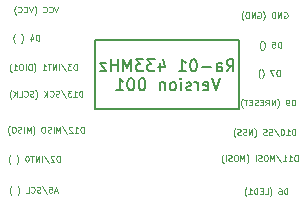
<source format=gbr>
%TF.GenerationSoftware,KiCad,Pcbnew,6.0.5-a6ca702e91~116~ubuntu20.04.1*%
%TF.CreationDate,2022-05-10T07:15:39-05:00*%
%TF.ProjectId,Ra-01_433Mhz_v001,52612d30-315f-4343-9333-4d687a5f7630,rev?*%
%TF.SameCoordinates,Original*%
%TF.FileFunction,Legend,Bot*%
%TF.FilePolarity,Positive*%
%FSLAX46Y46*%
G04 Gerber Fmt 4.6, Leading zero omitted, Abs format (unit mm)*
G04 Created by KiCad (PCBNEW 6.0.5-a6ca702e91~116~ubuntu20.04.1) date 2022-05-10 07:15:39*
%MOMM*%
%LPD*%
G01*
G04 APERTURE LIST*
%ADD10C,0.150000*%
%ADD11C,0.125000*%
G04 APERTURE END LIST*
D10*
X149240000Y-80890000D02*
X161440000Y-80890000D01*
X161440000Y-80890000D02*
X161440000Y-86690000D01*
X161440000Y-86690000D02*
X149240000Y-86690000D01*
X149240000Y-86690000D02*
X149240000Y-80890000D01*
D11*
X146154761Y-78046190D02*
X145988095Y-78546190D01*
X145821428Y-78046190D01*
X145369047Y-78498571D02*
X145392857Y-78522380D01*
X145464285Y-78546190D01*
X145511904Y-78546190D01*
X145583333Y-78522380D01*
X145630952Y-78474761D01*
X145654761Y-78427142D01*
X145678571Y-78331904D01*
X145678571Y-78260476D01*
X145654761Y-78165238D01*
X145630952Y-78117619D01*
X145583333Y-78070000D01*
X145511904Y-78046190D01*
X145464285Y-78046190D01*
X145392857Y-78070000D01*
X145369047Y-78093809D01*
X144869047Y-78498571D02*
X144892857Y-78522380D01*
X144964285Y-78546190D01*
X145011904Y-78546190D01*
X145083333Y-78522380D01*
X145130952Y-78474761D01*
X145154761Y-78427142D01*
X145178571Y-78331904D01*
X145178571Y-78260476D01*
X145154761Y-78165238D01*
X145130952Y-78117619D01*
X145083333Y-78070000D01*
X145011904Y-78046190D01*
X144964285Y-78046190D01*
X144892857Y-78070000D01*
X144869047Y-78093809D01*
X144130952Y-78736666D02*
X144154761Y-78712857D01*
X144202380Y-78641428D01*
X144226190Y-78593809D01*
X144250000Y-78522380D01*
X144273809Y-78403333D01*
X144273809Y-78308095D01*
X144250000Y-78189047D01*
X144226190Y-78117619D01*
X144202380Y-78070000D01*
X144154761Y-77998571D01*
X144130952Y-77974761D01*
X144011904Y-78046190D02*
X143845238Y-78546190D01*
X143678571Y-78046190D01*
X143226190Y-78498571D02*
X143250000Y-78522380D01*
X143321428Y-78546190D01*
X143369047Y-78546190D01*
X143440476Y-78522380D01*
X143488095Y-78474761D01*
X143511904Y-78427142D01*
X143535714Y-78331904D01*
X143535714Y-78260476D01*
X143511904Y-78165238D01*
X143488095Y-78117619D01*
X143440476Y-78070000D01*
X143369047Y-78046190D01*
X143321428Y-78046190D01*
X143250000Y-78070000D01*
X143226190Y-78093809D01*
X142726190Y-78498571D02*
X142750000Y-78522380D01*
X142821428Y-78546190D01*
X142869047Y-78546190D01*
X142940476Y-78522380D01*
X142988095Y-78474761D01*
X143011904Y-78427142D01*
X143035714Y-78331904D01*
X143035714Y-78260476D01*
X143011904Y-78165238D01*
X142988095Y-78117619D01*
X142940476Y-78070000D01*
X142869047Y-78046190D01*
X142821428Y-78046190D01*
X142750000Y-78070000D01*
X142726190Y-78093809D01*
X142559523Y-78736666D02*
X142535714Y-78712857D01*
X142488095Y-78641428D01*
X142464285Y-78593809D01*
X142440476Y-78522380D01*
X142416666Y-78403333D01*
X142416666Y-78308095D01*
X142440476Y-78189047D01*
X142464285Y-78117619D01*
X142488095Y-78070000D01*
X142535714Y-77998571D01*
X142559523Y-77974761D01*
X165266666Y-78550000D02*
X165314285Y-78526190D01*
X165385714Y-78526190D01*
X165457142Y-78550000D01*
X165504761Y-78597619D01*
X165528571Y-78645238D01*
X165552380Y-78740476D01*
X165552380Y-78811904D01*
X165528571Y-78907142D01*
X165504761Y-78954761D01*
X165457142Y-79002380D01*
X165385714Y-79026190D01*
X165338095Y-79026190D01*
X165266666Y-79002380D01*
X165242857Y-78978571D01*
X165242857Y-78811904D01*
X165338095Y-78811904D01*
X165028571Y-79026190D02*
X165028571Y-78526190D01*
X164742857Y-79026190D01*
X164742857Y-78526190D01*
X164504761Y-79026190D02*
X164504761Y-78526190D01*
X164385714Y-78526190D01*
X164314285Y-78550000D01*
X164266666Y-78597619D01*
X164242857Y-78645238D01*
X164219047Y-78740476D01*
X164219047Y-78811904D01*
X164242857Y-78907142D01*
X164266666Y-78954761D01*
X164314285Y-79002380D01*
X164385714Y-79026190D01*
X164504761Y-79026190D01*
X163480952Y-79216666D02*
X163504761Y-79192857D01*
X163552380Y-79121428D01*
X163576190Y-79073809D01*
X163600000Y-79002380D01*
X163623809Y-78883333D01*
X163623809Y-78788095D01*
X163600000Y-78669047D01*
X163576190Y-78597619D01*
X163552380Y-78550000D01*
X163504761Y-78478571D01*
X163480952Y-78454761D01*
X163028571Y-78550000D02*
X163076190Y-78526190D01*
X163147619Y-78526190D01*
X163219047Y-78550000D01*
X163266666Y-78597619D01*
X163290476Y-78645238D01*
X163314285Y-78740476D01*
X163314285Y-78811904D01*
X163290476Y-78907142D01*
X163266666Y-78954761D01*
X163219047Y-79002380D01*
X163147619Y-79026190D01*
X163100000Y-79026190D01*
X163028571Y-79002380D01*
X163004761Y-78978571D01*
X163004761Y-78811904D01*
X163100000Y-78811904D01*
X162790476Y-79026190D02*
X162790476Y-78526190D01*
X162504761Y-79026190D01*
X162504761Y-78526190D01*
X162266666Y-79026190D02*
X162266666Y-78526190D01*
X162147619Y-78526190D01*
X162076190Y-78550000D01*
X162028571Y-78597619D01*
X162004761Y-78645238D01*
X161980952Y-78740476D01*
X161980952Y-78811904D01*
X162004761Y-78907142D01*
X162028571Y-78954761D01*
X162076190Y-79002380D01*
X162147619Y-79026190D01*
X162266666Y-79026190D01*
X161814285Y-79216666D02*
X161790476Y-79192857D01*
X161742857Y-79121428D01*
X161719047Y-79073809D01*
X161695238Y-79002380D01*
X161671428Y-78883333D01*
X161671428Y-78788095D01*
X161695238Y-78669047D01*
X161719047Y-78597619D01*
X161742857Y-78550000D01*
X161790476Y-78478571D01*
X161814285Y-78454761D01*
X166207142Y-88926190D02*
X166207142Y-88426190D01*
X166088095Y-88426190D01*
X166016666Y-88450000D01*
X165969047Y-88497619D01*
X165945238Y-88545238D01*
X165921428Y-88640476D01*
X165921428Y-88711904D01*
X165945238Y-88807142D01*
X165969047Y-88854761D01*
X166016666Y-88902380D01*
X166088095Y-88926190D01*
X166207142Y-88926190D01*
X165445238Y-88926190D02*
X165730952Y-88926190D01*
X165588095Y-88926190D02*
X165588095Y-88426190D01*
X165635714Y-88497619D01*
X165683333Y-88545238D01*
X165730952Y-88569047D01*
X165135714Y-88426190D02*
X165088095Y-88426190D01*
X165040476Y-88450000D01*
X165016666Y-88473809D01*
X164992857Y-88521428D01*
X164969047Y-88616666D01*
X164969047Y-88735714D01*
X164992857Y-88830952D01*
X165016666Y-88878571D01*
X165040476Y-88902380D01*
X165088095Y-88926190D01*
X165135714Y-88926190D01*
X165183333Y-88902380D01*
X165207142Y-88878571D01*
X165230952Y-88830952D01*
X165254761Y-88735714D01*
X165254761Y-88616666D01*
X165230952Y-88521428D01*
X165207142Y-88473809D01*
X165183333Y-88450000D01*
X165135714Y-88426190D01*
X164397619Y-88402380D02*
X164826190Y-89045238D01*
X164254761Y-88902380D02*
X164183333Y-88926190D01*
X164064285Y-88926190D01*
X164016666Y-88902380D01*
X163992857Y-88878571D01*
X163969047Y-88830952D01*
X163969047Y-88783333D01*
X163992857Y-88735714D01*
X164016666Y-88711904D01*
X164064285Y-88688095D01*
X164159523Y-88664285D01*
X164207142Y-88640476D01*
X164230952Y-88616666D01*
X164254761Y-88569047D01*
X164254761Y-88521428D01*
X164230952Y-88473809D01*
X164207142Y-88450000D01*
X164159523Y-88426190D01*
X164040476Y-88426190D01*
X163969047Y-88450000D01*
X163778571Y-88902380D02*
X163707142Y-88926190D01*
X163588095Y-88926190D01*
X163540476Y-88902380D01*
X163516666Y-88878571D01*
X163492857Y-88830952D01*
X163492857Y-88783333D01*
X163516666Y-88735714D01*
X163540476Y-88711904D01*
X163588095Y-88688095D01*
X163683333Y-88664285D01*
X163730952Y-88640476D01*
X163754761Y-88616666D01*
X163778571Y-88569047D01*
X163778571Y-88521428D01*
X163754761Y-88473809D01*
X163730952Y-88450000D01*
X163683333Y-88426190D01*
X163564285Y-88426190D01*
X163492857Y-88450000D01*
X162754761Y-89116666D02*
X162778571Y-89092857D01*
X162826190Y-89021428D01*
X162850000Y-88973809D01*
X162873809Y-88902380D01*
X162897619Y-88783333D01*
X162897619Y-88688095D01*
X162873809Y-88569047D01*
X162850000Y-88497619D01*
X162826190Y-88450000D01*
X162778571Y-88378571D01*
X162754761Y-88354761D01*
X162564285Y-88926190D02*
X162564285Y-88426190D01*
X162278571Y-88926190D01*
X162278571Y-88426190D01*
X162064285Y-88902380D02*
X161992857Y-88926190D01*
X161873809Y-88926190D01*
X161826190Y-88902380D01*
X161802380Y-88878571D01*
X161778571Y-88830952D01*
X161778571Y-88783333D01*
X161802380Y-88735714D01*
X161826190Y-88711904D01*
X161873809Y-88688095D01*
X161969047Y-88664285D01*
X162016666Y-88640476D01*
X162040476Y-88616666D01*
X162064285Y-88569047D01*
X162064285Y-88521428D01*
X162040476Y-88473809D01*
X162016666Y-88450000D01*
X161969047Y-88426190D01*
X161850000Y-88426190D01*
X161778571Y-88450000D01*
X161588095Y-88902380D02*
X161516666Y-88926190D01*
X161397619Y-88926190D01*
X161350000Y-88902380D01*
X161326190Y-88878571D01*
X161302380Y-88830952D01*
X161302380Y-88783333D01*
X161326190Y-88735714D01*
X161350000Y-88711904D01*
X161397619Y-88688095D01*
X161492857Y-88664285D01*
X161540476Y-88640476D01*
X161564285Y-88616666D01*
X161588095Y-88569047D01*
X161588095Y-88521428D01*
X161564285Y-88473809D01*
X161540476Y-88450000D01*
X161492857Y-88426190D01*
X161373809Y-88426190D01*
X161302380Y-88450000D01*
X161135714Y-89116666D02*
X161111904Y-89092857D01*
X161064285Y-89021428D01*
X161040476Y-88973809D01*
X161016666Y-88902380D01*
X160992857Y-88783333D01*
X160992857Y-88688095D01*
X161016666Y-88569047D01*
X161040476Y-88497619D01*
X161064285Y-88450000D01*
X161111904Y-88378571D01*
X161135714Y-88354761D01*
X146053809Y-93663333D02*
X145815714Y-93663333D01*
X146101428Y-93806190D02*
X145934761Y-93306190D01*
X145768095Y-93806190D01*
X145363333Y-93306190D02*
X145601428Y-93306190D01*
X145625238Y-93544285D01*
X145601428Y-93520476D01*
X145553809Y-93496666D01*
X145434761Y-93496666D01*
X145387142Y-93520476D01*
X145363333Y-93544285D01*
X145339523Y-93591904D01*
X145339523Y-93710952D01*
X145363333Y-93758571D01*
X145387142Y-93782380D01*
X145434761Y-93806190D01*
X145553809Y-93806190D01*
X145601428Y-93782380D01*
X145625238Y-93758571D01*
X144768095Y-93282380D02*
X145196666Y-93925238D01*
X144625238Y-93782380D02*
X144553809Y-93806190D01*
X144434761Y-93806190D01*
X144387142Y-93782380D01*
X144363333Y-93758571D01*
X144339523Y-93710952D01*
X144339523Y-93663333D01*
X144363333Y-93615714D01*
X144387142Y-93591904D01*
X144434761Y-93568095D01*
X144530000Y-93544285D01*
X144577619Y-93520476D01*
X144601428Y-93496666D01*
X144625238Y-93449047D01*
X144625238Y-93401428D01*
X144601428Y-93353809D01*
X144577619Y-93330000D01*
X144530000Y-93306190D01*
X144410952Y-93306190D01*
X144339523Y-93330000D01*
X143839523Y-93758571D02*
X143863333Y-93782380D01*
X143934761Y-93806190D01*
X143982380Y-93806190D01*
X144053809Y-93782380D01*
X144101428Y-93734761D01*
X144125238Y-93687142D01*
X144149047Y-93591904D01*
X144149047Y-93520476D01*
X144125238Y-93425238D01*
X144101428Y-93377619D01*
X144053809Y-93330000D01*
X143982380Y-93306190D01*
X143934761Y-93306190D01*
X143863333Y-93330000D01*
X143839523Y-93353809D01*
X143387142Y-93806190D02*
X143625238Y-93806190D01*
X143625238Y-93306190D01*
X142696666Y-93996666D02*
X142720476Y-93972857D01*
X142768095Y-93901428D01*
X142791904Y-93853809D01*
X142815714Y-93782380D01*
X142839523Y-93663333D01*
X142839523Y-93568095D01*
X142815714Y-93449047D01*
X142791904Y-93377619D01*
X142768095Y-93330000D01*
X142720476Y-93258571D01*
X142696666Y-93234761D01*
X142172857Y-93996666D02*
X142149047Y-93972857D01*
X142101428Y-93901428D01*
X142077619Y-93853809D01*
X142053809Y-93782380D01*
X142030000Y-93663333D01*
X142030000Y-93568095D01*
X142053809Y-93449047D01*
X142077619Y-93377619D01*
X142101428Y-93330000D01*
X142149047Y-93258571D01*
X142172857Y-93234761D01*
X148292380Y-88716190D02*
X148292380Y-88216190D01*
X148173333Y-88216190D01*
X148101904Y-88240000D01*
X148054285Y-88287619D01*
X148030476Y-88335238D01*
X148006666Y-88430476D01*
X148006666Y-88501904D01*
X148030476Y-88597142D01*
X148054285Y-88644761D01*
X148101904Y-88692380D01*
X148173333Y-88716190D01*
X148292380Y-88716190D01*
X147530476Y-88716190D02*
X147816190Y-88716190D01*
X147673333Y-88716190D02*
X147673333Y-88216190D01*
X147720952Y-88287619D01*
X147768571Y-88335238D01*
X147816190Y-88359047D01*
X147340000Y-88263809D02*
X147316190Y-88240000D01*
X147268571Y-88216190D01*
X147149523Y-88216190D01*
X147101904Y-88240000D01*
X147078095Y-88263809D01*
X147054285Y-88311428D01*
X147054285Y-88359047D01*
X147078095Y-88430476D01*
X147363809Y-88716190D01*
X147054285Y-88716190D01*
X146482857Y-88192380D02*
X146911428Y-88835238D01*
X146316190Y-88716190D02*
X146316190Y-88216190D01*
X146149523Y-88573333D01*
X145982857Y-88216190D01*
X145982857Y-88716190D01*
X145744761Y-88716190D02*
X145744761Y-88216190D01*
X145530476Y-88692380D02*
X145459047Y-88716190D01*
X145340000Y-88716190D01*
X145292380Y-88692380D01*
X145268571Y-88668571D01*
X145244761Y-88620952D01*
X145244761Y-88573333D01*
X145268571Y-88525714D01*
X145292380Y-88501904D01*
X145340000Y-88478095D01*
X145435238Y-88454285D01*
X145482857Y-88430476D01*
X145506666Y-88406666D01*
X145530476Y-88359047D01*
X145530476Y-88311428D01*
X145506666Y-88263809D01*
X145482857Y-88240000D01*
X145435238Y-88216190D01*
X145316190Y-88216190D01*
X145244761Y-88240000D01*
X144935238Y-88216190D02*
X144840000Y-88216190D01*
X144792380Y-88240000D01*
X144744761Y-88287619D01*
X144720952Y-88382857D01*
X144720952Y-88549523D01*
X144744761Y-88644761D01*
X144792380Y-88692380D01*
X144840000Y-88716190D01*
X144935238Y-88716190D01*
X144982857Y-88692380D01*
X145030476Y-88644761D01*
X145054285Y-88549523D01*
X145054285Y-88382857D01*
X145030476Y-88287619D01*
X144982857Y-88240000D01*
X144935238Y-88216190D01*
X143982857Y-88906666D02*
X144006666Y-88882857D01*
X144054285Y-88811428D01*
X144078095Y-88763809D01*
X144101904Y-88692380D01*
X144125714Y-88573333D01*
X144125714Y-88478095D01*
X144101904Y-88359047D01*
X144078095Y-88287619D01*
X144054285Y-88240000D01*
X144006666Y-88168571D01*
X143982857Y-88144761D01*
X143792380Y-88716190D02*
X143792380Y-88216190D01*
X143625714Y-88573333D01*
X143459047Y-88216190D01*
X143459047Y-88716190D01*
X143220952Y-88716190D02*
X143220952Y-88216190D01*
X143006666Y-88692380D02*
X142935238Y-88716190D01*
X142816190Y-88716190D01*
X142768571Y-88692380D01*
X142744761Y-88668571D01*
X142720952Y-88620952D01*
X142720952Y-88573333D01*
X142744761Y-88525714D01*
X142768571Y-88501904D01*
X142816190Y-88478095D01*
X142911428Y-88454285D01*
X142959047Y-88430476D01*
X142982857Y-88406666D01*
X143006666Y-88359047D01*
X143006666Y-88311428D01*
X142982857Y-88263809D01*
X142959047Y-88240000D01*
X142911428Y-88216190D01*
X142792380Y-88216190D01*
X142720952Y-88240000D01*
X142411428Y-88216190D02*
X142316190Y-88216190D01*
X142268571Y-88240000D01*
X142220952Y-88287619D01*
X142197142Y-88382857D01*
X142197142Y-88549523D01*
X142220952Y-88644761D01*
X142268571Y-88692380D01*
X142316190Y-88716190D01*
X142411428Y-88716190D01*
X142459047Y-88692380D01*
X142506666Y-88644761D01*
X142530476Y-88549523D01*
X142530476Y-88382857D01*
X142506666Y-88287619D01*
X142459047Y-88240000D01*
X142411428Y-88216190D01*
X142030476Y-88906666D02*
X142006666Y-88882857D01*
X141959047Y-88811428D01*
X141935238Y-88763809D01*
X141911428Y-88692380D01*
X141887619Y-88573333D01*
X141887619Y-88478095D01*
X141911428Y-88359047D01*
X141935238Y-88287619D01*
X141959047Y-88240000D01*
X142006666Y-88168571D01*
X142030476Y-88144761D01*
D10*
X160403809Y-83517380D02*
X160737142Y-83041190D01*
X160975238Y-83517380D02*
X160975238Y-82517380D01*
X160594285Y-82517380D01*
X160499047Y-82565000D01*
X160451428Y-82612619D01*
X160403809Y-82707857D01*
X160403809Y-82850714D01*
X160451428Y-82945952D01*
X160499047Y-82993571D01*
X160594285Y-83041190D01*
X160975238Y-83041190D01*
X159546666Y-83517380D02*
X159546666Y-82993571D01*
X159594285Y-82898333D01*
X159689523Y-82850714D01*
X159880000Y-82850714D01*
X159975238Y-82898333D01*
X159546666Y-83469761D02*
X159641904Y-83517380D01*
X159880000Y-83517380D01*
X159975238Y-83469761D01*
X160022857Y-83374523D01*
X160022857Y-83279285D01*
X159975238Y-83184047D01*
X159880000Y-83136428D01*
X159641904Y-83136428D01*
X159546666Y-83088809D01*
X159070476Y-83136428D02*
X158308571Y-83136428D01*
X157641904Y-82517380D02*
X157546666Y-82517380D01*
X157451428Y-82565000D01*
X157403809Y-82612619D01*
X157356190Y-82707857D01*
X157308571Y-82898333D01*
X157308571Y-83136428D01*
X157356190Y-83326904D01*
X157403809Y-83422142D01*
X157451428Y-83469761D01*
X157546666Y-83517380D01*
X157641904Y-83517380D01*
X157737142Y-83469761D01*
X157784761Y-83422142D01*
X157832380Y-83326904D01*
X157880000Y-83136428D01*
X157880000Y-82898333D01*
X157832380Y-82707857D01*
X157784761Y-82612619D01*
X157737142Y-82565000D01*
X157641904Y-82517380D01*
X156356190Y-83517380D02*
X156927619Y-83517380D01*
X156641904Y-83517380D02*
X156641904Y-82517380D01*
X156737142Y-82660238D01*
X156832380Y-82755476D01*
X156927619Y-82803095D01*
X154737142Y-82850714D02*
X154737142Y-83517380D01*
X154975238Y-82469761D02*
X155213333Y-83184047D01*
X154594285Y-83184047D01*
X154308571Y-82517380D02*
X153689523Y-82517380D01*
X154022857Y-82898333D01*
X153880000Y-82898333D01*
X153784761Y-82945952D01*
X153737142Y-82993571D01*
X153689523Y-83088809D01*
X153689523Y-83326904D01*
X153737142Y-83422142D01*
X153784761Y-83469761D01*
X153880000Y-83517380D01*
X154165714Y-83517380D01*
X154260952Y-83469761D01*
X154308571Y-83422142D01*
X153356190Y-82517380D02*
X152737142Y-82517380D01*
X153070476Y-82898333D01*
X152927619Y-82898333D01*
X152832380Y-82945952D01*
X152784761Y-82993571D01*
X152737142Y-83088809D01*
X152737142Y-83326904D01*
X152784761Y-83422142D01*
X152832380Y-83469761D01*
X152927619Y-83517380D01*
X153213333Y-83517380D01*
X153308571Y-83469761D01*
X153356190Y-83422142D01*
X152308571Y-83517380D02*
X152308571Y-82517380D01*
X151975238Y-83231666D01*
X151641904Y-82517380D01*
X151641904Y-83517380D01*
X151165714Y-83517380D02*
X151165714Y-82517380D01*
X151165714Y-82993571D02*
X150594285Y-82993571D01*
X150594285Y-83517380D02*
X150594285Y-82517380D01*
X150213333Y-82850714D02*
X149689523Y-82850714D01*
X150213333Y-83517380D01*
X149689523Y-83517380D01*
X159808571Y-84127380D02*
X159475238Y-85127380D01*
X159141904Y-84127380D01*
X158427619Y-85079761D02*
X158522857Y-85127380D01*
X158713333Y-85127380D01*
X158808571Y-85079761D01*
X158856190Y-84984523D01*
X158856190Y-84603571D01*
X158808571Y-84508333D01*
X158713333Y-84460714D01*
X158522857Y-84460714D01*
X158427619Y-84508333D01*
X158380000Y-84603571D01*
X158380000Y-84698809D01*
X158856190Y-84794047D01*
X157951428Y-85127380D02*
X157951428Y-84460714D01*
X157951428Y-84651190D02*
X157903809Y-84555952D01*
X157856190Y-84508333D01*
X157760952Y-84460714D01*
X157665714Y-84460714D01*
X157380000Y-85079761D02*
X157284761Y-85127380D01*
X157094285Y-85127380D01*
X156999047Y-85079761D01*
X156951428Y-84984523D01*
X156951428Y-84936904D01*
X156999047Y-84841666D01*
X157094285Y-84794047D01*
X157237142Y-84794047D01*
X157332380Y-84746428D01*
X157380000Y-84651190D01*
X157380000Y-84603571D01*
X157332380Y-84508333D01*
X157237142Y-84460714D01*
X157094285Y-84460714D01*
X156999047Y-84508333D01*
X156522857Y-85127380D02*
X156522857Y-84460714D01*
X156522857Y-84127380D02*
X156570476Y-84175000D01*
X156522857Y-84222619D01*
X156475238Y-84175000D01*
X156522857Y-84127380D01*
X156522857Y-84222619D01*
X155903809Y-85127380D02*
X155999047Y-85079761D01*
X156046666Y-85032142D01*
X156094285Y-84936904D01*
X156094285Y-84651190D01*
X156046666Y-84555952D01*
X155999047Y-84508333D01*
X155903809Y-84460714D01*
X155760952Y-84460714D01*
X155665714Y-84508333D01*
X155618095Y-84555952D01*
X155570476Y-84651190D01*
X155570476Y-84936904D01*
X155618095Y-85032142D01*
X155665714Y-85079761D01*
X155760952Y-85127380D01*
X155903809Y-85127380D01*
X155141904Y-84460714D02*
X155141904Y-85127380D01*
X155141904Y-84555952D02*
X155094285Y-84508333D01*
X154999047Y-84460714D01*
X154856190Y-84460714D01*
X154760952Y-84508333D01*
X154713333Y-84603571D01*
X154713333Y-85127380D01*
X153284761Y-84127380D02*
X153189523Y-84127380D01*
X153094285Y-84175000D01*
X153046666Y-84222619D01*
X152999047Y-84317857D01*
X152951428Y-84508333D01*
X152951428Y-84746428D01*
X152999047Y-84936904D01*
X153046666Y-85032142D01*
X153094285Y-85079761D01*
X153189523Y-85127380D01*
X153284761Y-85127380D01*
X153380000Y-85079761D01*
X153427619Y-85032142D01*
X153475238Y-84936904D01*
X153522857Y-84746428D01*
X153522857Y-84508333D01*
X153475238Y-84317857D01*
X153427619Y-84222619D01*
X153380000Y-84175000D01*
X153284761Y-84127380D01*
X152332380Y-84127380D02*
X152237142Y-84127380D01*
X152141904Y-84175000D01*
X152094285Y-84222619D01*
X152046666Y-84317857D01*
X151999047Y-84508333D01*
X151999047Y-84746428D01*
X152046666Y-84936904D01*
X152094285Y-85032142D01*
X152141904Y-85079761D01*
X152237142Y-85127380D01*
X152332380Y-85127380D01*
X152427619Y-85079761D01*
X152475238Y-85032142D01*
X152522857Y-84936904D01*
X152570476Y-84746428D01*
X152570476Y-84508333D01*
X152522857Y-84317857D01*
X152475238Y-84222619D01*
X152427619Y-84175000D01*
X152332380Y-84127380D01*
X151046666Y-85127380D02*
X151618095Y-85127380D01*
X151332380Y-85127380D02*
X151332380Y-84127380D01*
X151427619Y-84270238D01*
X151522857Y-84365476D01*
X151618095Y-84413095D01*
D11*
X147713333Y-83426190D02*
X147713333Y-82926190D01*
X147594285Y-82926190D01*
X147522857Y-82950000D01*
X147475238Y-82997619D01*
X147451428Y-83045238D01*
X147427619Y-83140476D01*
X147427619Y-83211904D01*
X147451428Y-83307142D01*
X147475238Y-83354761D01*
X147522857Y-83402380D01*
X147594285Y-83426190D01*
X147713333Y-83426190D01*
X147260952Y-82926190D02*
X146951428Y-82926190D01*
X147118095Y-83116666D01*
X147046666Y-83116666D01*
X146999047Y-83140476D01*
X146975238Y-83164285D01*
X146951428Y-83211904D01*
X146951428Y-83330952D01*
X146975238Y-83378571D01*
X146999047Y-83402380D01*
X147046666Y-83426190D01*
X147189523Y-83426190D01*
X147237142Y-83402380D01*
X147260952Y-83378571D01*
X146380000Y-82902380D02*
X146808571Y-83545238D01*
X146213333Y-83426190D02*
X146213333Y-82926190D01*
X145975238Y-83426190D02*
X145975238Y-82926190D01*
X145689523Y-83426190D01*
X145689523Y-82926190D01*
X145522857Y-82926190D02*
X145237142Y-82926190D01*
X145380000Y-83426190D02*
X145380000Y-82926190D01*
X144808571Y-83426190D02*
X145094285Y-83426190D01*
X144951428Y-83426190D02*
X144951428Y-82926190D01*
X144999047Y-82997619D01*
X145046666Y-83045238D01*
X145094285Y-83069047D01*
X144070476Y-83616666D02*
X144094285Y-83592857D01*
X144141904Y-83521428D01*
X144165714Y-83473809D01*
X144189523Y-83402380D01*
X144213333Y-83283333D01*
X144213333Y-83188095D01*
X144189523Y-83069047D01*
X144165714Y-82997619D01*
X144141904Y-82950000D01*
X144094285Y-82878571D01*
X144070476Y-82854761D01*
X143880000Y-83426190D02*
X143880000Y-82926190D01*
X143760952Y-82926190D01*
X143689523Y-82950000D01*
X143641904Y-82997619D01*
X143618095Y-83045238D01*
X143594285Y-83140476D01*
X143594285Y-83211904D01*
X143618095Y-83307142D01*
X143641904Y-83354761D01*
X143689523Y-83402380D01*
X143760952Y-83426190D01*
X143880000Y-83426190D01*
X143380000Y-83426190D02*
X143380000Y-82926190D01*
X143046666Y-82926190D02*
X142951428Y-82926190D01*
X142903809Y-82950000D01*
X142856190Y-82997619D01*
X142832380Y-83092857D01*
X142832380Y-83259523D01*
X142856190Y-83354761D01*
X142903809Y-83402380D01*
X142951428Y-83426190D01*
X143046666Y-83426190D01*
X143094285Y-83402380D01*
X143141904Y-83354761D01*
X143165714Y-83259523D01*
X143165714Y-83092857D01*
X143141904Y-82997619D01*
X143094285Y-82950000D01*
X143046666Y-82926190D01*
X142356190Y-83426190D02*
X142641904Y-83426190D01*
X142499047Y-83426190D02*
X142499047Y-82926190D01*
X142546666Y-82997619D01*
X142594285Y-83045238D01*
X142641904Y-83069047D01*
X142189523Y-83616666D02*
X142165714Y-83592857D01*
X142118095Y-83521428D01*
X142094285Y-83473809D01*
X142070476Y-83402380D01*
X142046666Y-83283333D01*
X142046666Y-83188095D01*
X142070476Y-83069047D01*
X142094285Y-82997619D01*
X142118095Y-82950000D01*
X142165714Y-82878571D01*
X142189523Y-82854761D01*
X165549523Y-93936190D02*
X165549523Y-93436190D01*
X165430476Y-93436190D01*
X165359047Y-93460000D01*
X165311428Y-93507619D01*
X165287619Y-93555238D01*
X165263809Y-93650476D01*
X165263809Y-93721904D01*
X165287619Y-93817142D01*
X165311428Y-93864761D01*
X165359047Y-93912380D01*
X165430476Y-93936190D01*
X165549523Y-93936190D01*
X164835238Y-93436190D02*
X164930476Y-93436190D01*
X164978095Y-93460000D01*
X165001904Y-93483809D01*
X165049523Y-93555238D01*
X165073333Y-93650476D01*
X165073333Y-93840952D01*
X165049523Y-93888571D01*
X165025714Y-93912380D01*
X164978095Y-93936190D01*
X164882857Y-93936190D01*
X164835238Y-93912380D01*
X164811428Y-93888571D01*
X164787619Y-93840952D01*
X164787619Y-93721904D01*
X164811428Y-93674285D01*
X164835238Y-93650476D01*
X164882857Y-93626666D01*
X164978095Y-93626666D01*
X165025714Y-93650476D01*
X165049523Y-93674285D01*
X165073333Y-93721904D01*
X164049523Y-94126666D02*
X164073333Y-94102857D01*
X164120952Y-94031428D01*
X164144761Y-93983809D01*
X164168571Y-93912380D01*
X164192380Y-93793333D01*
X164192380Y-93698095D01*
X164168571Y-93579047D01*
X164144761Y-93507619D01*
X164120952Y-93460000D01*
X164073333Y-93388571D01*
X164049523Y-93364761D01*
X163620952Y-93936190D02*
X163859047Y-93936190D01*
X163859047Y-93436190D01*
X163454285Y-93674285D02*
X163287619Y-93674285D01*
X163216190Y-93936190D02*
X163454285Y-93936190D01*
X163454285Y-93436190D01*
X163216190Y-93436190D01*
X163001904Y-93936190D02*
X163001904Y-93436190D01*
X162882857Y-93436190D01*
X162811428Y-93460000D01*
X162763809Y-93507619D01*
X162740000Y-93555238D01*
X162716190Y-93650476D01*
X162716190Y-93721904D01*
X162740000Y-93817142D01*
X162763809Y-93864761D01*
X162811428Y-93912380D01*
X162882857Y-93936190D01*
X163001904Y-93936190D01*
X162240000Y-93936190D02*
X162525714Y-93936190D01*
X162382857Y-93936190D02*
X162382857Y-93436190D01*
X162430476Y-93507619D01*
X162478095Y-93555238D01*
X162525714Y-93579047D01*
X162073333Y-94126666D02*
X162049523Y-94102857D01*
X162001904Y-94031428D01*
X161978095Y-93983809D01*
X161954285Y-93912380D01*
X161930476Y-93793333D01*
X161930476Y-93698095D01*
X161954285Y-93579047D01*
X161978095Y-93507619D01*
X162001904Y-93460000D01*
X162049523Y-93388571D01*
X162073333Y-93364761D01*
X144513333Y-80926190D02*
X144513333Y-80426190D01*
X144394285Y-80426190D01*
X144322857Y-80450000D01*
X144275238Y-80497619D01*
X144251428Y-80545238D01*
X144227619Y-80640476D01*
X144227619Y-80711904D01*
X144251428Y-80807142D01*
X144275238Y-80854761D01*
X144322857Y-80902380D01*
X144394285Y-80926190D01*
X144513333Y-80926190D01*
X143799047Y-80592857D02*
X143799047Y-80926190D01*
X143918095Y-80402380D02*
X144037142Y-80759523D01*
X143727619Y-80759523D01*
X143013333Y-81116666D02*
X143037142Y-81092857D01*
X143084761Y-81021428D01*
X143108571Y-80973809D01*
X143132380Y-80902380D01*
X143156190Y-80783333D01*
X143156190Y-80688095D01*
X143132380Y-80569047D01*
X143108571Y-80497619D01*
X143084761Y-80450000D01*
X143037142Y-80378571D01*
X143013333Y-80354761D01*
X142489523Y-81116666D02*
X142465714Y-81092857D01*
X142418095Y-81021428D01*
X142394285Y-80973809D01*
X142370476Y-80902380D01*
X142346666Y-80783333D01*
X142346666Y-80688095D01*
X142370476Y-80569047D01*
X142394285Y-80497619D01*
X142418095Y-80450000D01*
X142465714Y-80378571D01*
X142489523Y-80354761D01*
X148181428Y-85676190D02*
X148181428Y-85176190D01*
X148062380Y-85176190D01*
X147990952Y-85200000D01*
X147943333Y-85247619D01*
X147919523Y-85295238D01*
X147895714Y-85390476D01*
X147895714Y-85461904D01*
X147919523Y-85557142D01*
X147943333Y-85604761D01*
X147990952Y-85652380D01*
X148062380Y-85676190D01*
X148181428Y-85676190D01*
X147419523Y-85676190D02*
X147705238Y-85676190D01*
X147562380Y-85676190D02*
X147562380Y-85176190D01*
X147610000Y-85247619D01*
X147657619Y-85295238D01*
X147705238Y-85319047D01*
X147252857Y-85176190D02*
X146943333Y-85176190D01*
X147110000Y-85366666D01*
X147038571Y-85366666D01*
X146990952Y-85390476D01*
X146967142Y-85414285D01*
X146943333Y-85461904D01*
X146943333Y-85580952D01*
X146967142Y-85628571D01*
X146990952Y-85652380D01*
X147038571Y-85676190D01*
X147181428Y-85676190D01*
X147229047Y-85652380D01*
X147252857Y-85628571D01*
X146371904Y-85152380D02*
X146800476Y-85795238D01*
X146229047Y-85652380D02*
X146157619Y-85676190D01*
X146038571Y-85676190D01*
X145990952Y-85652380D01*
X145967142Y-85628571D01*
X145943333Y-85580952D01*
X145943333Y-85533333D01*
X145967142Y-85485714D01*
X145990952Y-85461904D01*
X146038571Y-85438095D01*
X146133809Y-85414285D01*
X146181428Y-85390476D01*
X146205238Y-85366666D01*
X146229047Y-85319047D01*
X146229047Y-85271428D01*
X146205238Y-85223809D01*
X146181428Y-85200000D01*
X146133809Y-85176190D01*
X146014761Y-85176190D01*
X145943333Y-85200000D01*
X145443333Y-85628571D02*
X145467142Y-85652380D01*
X145538571Y-85676190D01*
X145586190Y-85676190D01*
X145657619Y-85652380D01*
X145705238Y-85604761D01*
X145729047Y-85557142D01*
X145752857Y-85461904D01*
X145752857Y-85390476D01*
X145729047Y-85295238D01*
X145705238Y-85247619D01*
X145657619Y-85200000D01*
X145586190Y-85176190D01*
X145538571Y-85176190D01*
X145467142Y-85200000D01*
X145443333Y-85223809D01*
X145229047Y-85676190D02*
X145229047Y-85176190D01*
X144943333Y-85676190D02*
X145157619Y-85390476D01*
X144943333Y-85176190D02*
X145229047Y-85461904D01*
X144205238Y-85866666D02*
X144229047Y-85842857D01*
X144276666Y-85771428D01*
X144300476Y-85723809D01*
X144324285Y-85652380D01*
X144348095Y-85533333D01*
X144348095Y-85438095D01*
X144324285Y-85319047D01*
X144300476Y-85247619D01*
X144276666Y-85200000D01*
X144229047Y-85128571D01*
X144205238Y-85104761D01*
X144038571Y-85652380D02*
X143967142Y-85676190D01*
X143848095Y-85676190D01*
X143800476Y-85652380D01*
X143776666Y-85628571D01*
X143752857Y-85580952D01*
X143752857Y-85533333D01*
X143776666Y-85485714D01*
X143800476Y-85461904D01*
X143848095Y-85438095D01*
X143943333Y-85414285D01*
X143990952Y-85390476D01*
X144014761Y-85366666D01*
X144038571Y-85319047D01*
X144038571Y-85271428D01*
X144014761Y-85223809D01*
X143990952Y-85200000D01*
X143943333Y-85176190D01*
X143824285Y-85176190D01*
X143752857Y-85200000D01*
X143252857Y-85628571D02*
X143276666Y-85652380D01*
X143348095Y-85676190D01*
X143395714Y-85676190D01*
X143467142Y-85652380D01*
X143514761Y-85604761D01*
X143538571Y-85557142D01*
X143562380Y-85461904D01*
X143562380Y-85390476D01*
X143538571Y-85295238D01*
X143514761Y-85247619D01*
X143467142Y-85200000D01*
X143395714Y-85176190D01*
X143348095Y-85176190D01*
X143276666Y-85200000D01*
X143252857Y-85223809D01*
X142800476Y-85676190D02*
X143038571Y-85676190D01*
X143038571Y-85176190D01*
X142633809Y-85676190D02*
X142633809Y-85176190D01*
X142348095Y-85676190D02*
X142562380Y-85390476D01*
X142348095Y-85176190D02*
X142633809Y-85461904D01*
X142181428Y-85866666D02*
X142157619Y-85842857D01*
X142110000Y-85771428D01*
X142086190Y-85723809D01*
X142062380Y-85652380D01*
X142038571Y-85533333D01*
X142038571Y-85438095D01*
X142062380Y-85319047D01*
X142086190Y-85247619D01*
X142110000Y-85200000D01*
X142157619Y-85128571D01*
X142181428Y-85104761D01*
X166402380Y-91126190D02*
X166402380Y-90626190D01*
X166283333Y-90626190D01*
X166211904Y-90650000D01*
X166164285Y-90697619D01*
X166140476Y-90745238D01*
X166116666Y-90840476D01*
X166116666Y-90911904D01*
X166140476Y-91007142D01*
X166164285Y-91054761D01*
X166211904Y-91102380D01*
X166283333Y-91126190D01*
X166402380Y-91126190D01*
X165640476Y-91126190D02*
X165926190Y-91126190D01*
X165783333Y-91126190D02*
X165783333Y-90626190D01*
X165830952Y-90697619D01*
X165878571Y-90745238D01*
X165926190Y-90769047D01*
X165164285Y-91126190D02*
X165450000Y-91126190D01*
X165307142Y-91126190D02*
X165307142Y-90626190D01*
X165354761Y-90697619D01*
X165402380Y-90745238D01*
X165450000Y-90769047D01*
X164592857Y-90602380D02*
X165021428Y-91245238D01*
X164426190Y-91126190D02*
X164426190Y-90626190D01*
X164259523Y-90983333D01*
X164092857Y-90626190D01*
X164092857Y-91126190D01*
X163759523Y-90626190D02*
X163664285Y-90626190D01*
X163616666Y-90650000D01*
X163569047Y-90697619D01*
X163545238Y-90792857D01*
X163545238Y-90959523D01*
X163569047Y-91054761D01*
X163616666Y-91102380D01*
X163664285Y-91126190D01*
X163759523Y-91126190D01*
X163807142Y-91102380D01*
X163854761Y-91054761D01*
X163878571Y-90959523D01*
X163878571Y-90792857D01*
X163854761Y-90697619D01*
X163807142Y-90650000D01*
X163759523Y-90626190D01*
X163354761Y-91102380D02*
X163283333Y-91126190D01*
X163164285Y-91126190D01*
X163116666Y-91102380D01*
X163092857Y-91078571D01*
X163069047Y-91030952D01*
X163069047Y-90983333D01*
X163092857Y-90935714D01*
X163116666Y-90911904D01*
X163164285Y-90888095D01*
X163259523Y-90864285D01*
X163307142Y-90840476D01*
X163330952Y-90816666D01*
X163354761Y-90769047D01*
X163354761Y-90721428D01*
X163330952Y-90673809D01*
X163307142Y-90650000D01*
X163259523Y-90626190D01*
X163140476Y-90626190D01*
X163069047Y-90650000D01*
X162854761Y-91126190D02*
X162854761Y-90626190D01*
X162092857Y-91316666D02*
X162116666Y-91292857D01*
X162164285Y-91221428D01*
X162188095Y-91173809D01*
X162211904Y-91102380D01*
X162235714Y-90983333D01*
X162235714Y-90888095D01*
X162211904Y-90769047D01*
X162188095Y-90697619D01*
X162164285Y-90650000D01*
X162116666Y-90578571D01*
X162092857Y-90554761D01*
X161902380Y-91126190D02*
X161902380Y-90626190D01*
X161735714Y-90983333D01*
X161569047Y-90626190D01*
X161569047Y-91126190D01*
X161235714Y-90626190D02*
X161140476Y-90626190D01*
X161092857Y-90650000D01*
X161045238Y-90697619D01*
X161021428Y-90792857D01*
X161021428Y-90959523D01*
X161045238Y-91054761D01*
X161092857Y-91102380D01*
X161140476Y-91126190D01*
X161235714Y-91126190D01*
X161283333Y-91102380D01*
X161330952Y-91054761D01*
X161354761Y-90959523D01*
X161354761Y-90792857D01*
X161330952Y-90697619D01*
X161283333Y-90650000D01*
X161235714Y-90626190D01*
X160830952Y-91102380D02*
X160759523Y-91126190D01*
X160640476Y-91126190D01*
X160592857Y-91102380D01*
X160569047Y-91078571D01*
X160545238Y-91030952D01*
X160545238Y-90983333D01*
X160569047Y-90935714D01*
X160592857Y-90911904D01*
X160640476Y-90888095D01*
X160735714Y-90864285D01*
X160783333Y-90840476D01*
X160807142Y-90816666D01*
X160830952Y-90769047D01*
X160830952Y-90721428D01*
X160807142Y-90673809D01*
X160783333Y-90650000D01*
X160735714Y-90626190D01*
X160616666Y-90626190D01*
X160545238Y-90650000D01*
X160330952Y-91126190D02*
X160330952Y-90626190D01*
X160140476Y-91316666D02*
X160116666Y-91292857D01*
X160069047Y-91221428D01*
X160045238Y-91173809D01*
X160021428Y-91102380D01*
X159997619Y-90983333D01*
X159997619Y-90888095D01*
X160021428Y-90769047D01*
X160045238Y-90697619D01*
X160069047Y-90650000D01*
X160116666Y-90578571D01*
X160140476Y-90554761D01*
X166185714Y-86426190D02*
X166185714Y-85926190D01*
X166066666Y-85926190D01*
X165995238Y-85950000D01*
X165947619Y-85997619D01*
X165923809Y-86045238D01*
X165900000Y-86140476D01*
X165900000Y-86211904D01*
X165923809Y-86307142D01*
X165947619Y-86354761D01*
X165995238Y-86402380D01*
X166066666Y-86426190D01*
X166185714Y-86426190D01*
X165661904Y-86426190D02*
X165566666Y-86426190D01*
X165519047Y-86402380D01*
X165495238Y-86378571D01*
X165447619Y-86307142D01*
X165423809Y-86211904D01*
X165423809Y-86021428D01*
X165447619Y-85973809D01*
X165471428Y-85950000D01*
X165519047Y-85926190D01*
X165614285Y-85926190D01*
X165661904Y-85950000D01*
X165685714Y-85973809D01*
X165709523Y-86021428D01*
X165709523Y-86140476D01*
X165685714Y-86188095D01*
X165661904Y-86211904D01*
X165614285Y-86235714D01*
X165519047Y-86235714D01*
X165471428Y-86211904D01*
X165447619Y-86188095D01*
X165423809Y-86140476D01*
X164685714Y-86616666D02*
X164709523Y-86592857D01*
X164757142Y-86521428D01*
X164780952Y-86473809D01*
X164804761Y-86402380D01*
X164828571Y-86283333D01*
X164828571Y-86188095D01*
X164804761Y-86069047D01*
X164780952Y-85997619D01*
X164757142Y-85950000D01*
X164709523Y-85878571D01*
X164685714Y-85854761D01*
X164495238Y-86426190D02*
X164495238Y-85926190D01*
X164209523Y-86426190D01*
X164209523Y-85926190D01*
X163685714Y-86426190D02*
X163852380Y-86188095D01*
X163971428Y-86426190D02*
X163971428Y-85926190D01*
X163780952Y-85926190D01*
X163733333Y-85950000D01*
X163709523Y-85973809D01*
X163685714Y-86021428D01*
X163685714Y-86092857D01*
X163709523Y-86140476D01*
X163733333Y-86164285D01*
X163780952Y-86188095D01*
X163971428Y-86188095D01*
X163471428Y-86164285D02*
X163304761Y-86164285D01*
X163233333Y-86426190D02*
X163471428Y-86426190D01*
X163471428Y-85926190D01*
X163233333Y-85926190D01*
X163042857Y-86402380D02*
X162971428Y-86426190D01*
X162852380Y-86426190D01*
X162804761Y-86402380D01*
X162780952Y-86378571D01*
X162757142Y-86330952D01*
X162757142Y-86283333D01*
X162780952Y-86235714D01*
X162804761Y-86211904D01*
X162852380Y-86188095D01*
X162947619Y-86164285D01*
X162995238Y-86140476D01*
X163019047Y-86116666D01*
X163042857Y-86069047D01*
X163042857Y-86021428D01*
X163019047Y-85973809D01*
X162995238Y-85950000D01*
X162947619Y-85926190D01*
X162828571Y-85926190D01*
X162757142Y-85950000D01*
X162542857Y-86164285D02*
X162376190Y-86164285D01*
X162304761Y-86426190D02*
X162542857Y-86426190D01*
X162542857Y-85926190D01*
X162304761Y-85926190D01*
X162161904Y-85926190D02*
X161876190Y-85926190D01*
X162019047Y-86426190D02*
X162019047Y-85926190D01*
X161757142Y-86616666D02*
X161733333Y-86592857D01*
X161685714Y-86521428D01*
X161661904Y-86473809D01*
X161638095Y-86402380D01*
X161614285Y-86283333D01*
X161614285Y-86188095D01*
X161638095Y-86069047D01*
X161661904Y-85997619D01*
X161685714Y-85950000D01*
X161733333Y-85878571D01*
X161757142Y-85854761D01*
X146254761Y-91186190D02*
X146254761Y-90686190D01*
X146135714Y-90686190D01*
X146064285Y-90710000D01*
X146016666Y-90757619D01*
X145992857Y-90805238D01*
X145969047Y-90900476D01*
X145969047Y-90971904D01*
X145992857Y-91067142D01*
X146016666Y-91114761D01*
X146064285Y-91162380D01*
X146135714Y-91186190D01*
X146254761Y-91186190D01*
X145778571Y-90733809D02*
X145754761Y-90710000D01*
X145707142Y-90686190D01*
X145588095Y-90686190D01*
X145540476Y-90710000D01*
X145516666Y-90733809D01*
X145492857Y-90781428D01*
X145492857Y-90829047D01*
X145516666Y-90900476D01*
X145802380Y-91186190D01*
X145492857Y-91186190D01*
X144921428Y-90662380D02*
X145350000Y-91305238D01*
X144754761Y-91186190D02*
X144754761Y-90686190D01*
X144516666Y-91186190D02*
X144516666Y-90686190D01*
X144230952Y-91186190D01*
X144230952Y-90686190D01*
X144064285Y-90686190D02*
X143778571Y-90686190D01*
X143921428Y-91186190D02*
X143921428Y-90686190D01*
X143516666Y-90686190D02*
X143469047Y-90686190D01*
X143421428Y-90710000D01*
X143397619Y-90733809D01*
X143373809Y-90781428D01*
X143350000Y-90876666D01*
X143350000Y-90995714D01*
X143373809Y-91090952D01*
X143397619Y-91138571D01*
X143421428Y-91162380D01*
X143469047Y-91186190D01*
X143516666Y-91186190D01*
X143564285Y-91162380D01*
X143588095Y-91138571D01*
X143611904Y-91090952D01*
X143635714Y-90995714D01*
X143635714Y-90876666D01*
X143611904Y-90781428D01*
X143588095Y-90733809D01*
X143564285Y-90710000D01*
X143516666Y-90686190D01*
X142611904Y-91376666D02*
X142635714Y-91352857D01*
X142683333Y-91281428D01*
X142707142Y-91233809D01*
X142730952Y-91162380D01*
X142754761Y-91043333D01*
X142754761Y-90948095D01*
X142730952Y-90829047D01*
X142707142Y-90757619D01*
X142683333Y-90710000D01*
X142635714Y-90638571D01*
X142611904Y-90614761D01*
X142088095Y-91376666D02*
X142064285Y-91352857D01*
X142016666Y-91281428D01*
X141992857Y-91233809D01*
X141969047Y-91162380D01*
X141945238Y-91043333D01*
X141945238Y-90948095D01*
X141969047Y-90829047D01*
X141992857Y-90757619D01*
X142016666Y-90710000D01*
X142064285Y-90638571D01*
X142088095Y-90614761D01*
X164992857Y-81526190D02*
X164992857Y-81026190D01*
X164873809Y-81026190D01*
X164802380Y-81050000D01*
X164754761Y-81097619D01*
X164730952Y-81145238D01*
X164707142Y-81240476D01*
X164707142Y-81311904D01*
X164730952Y-81407142D01*
X164754761Y-81454761D01*
X164802380Y-81502380D01*
X164873809Y-81526190D01*
X164992857Y-81526190D01*
X164254761Y-81026190D02*
X164492857Y-81026190D01*
X164516666Y-81264285D01*
X164492857Y-81240476D01*
X164445238Y-81216666D01*
X164326190Y-81216666D01*
X164278571Y-81240476D01*
X164254761Y-81264285D01*
X164230952Y-81311904D01*
X164230952Y-81430952D01*
X164254761Y-81478571D01*
X164278571Y-81502380D01*
X164326190Y-81526190D01*
X164445238Y-81526190D01*
X164492857Y-81502380D01*
X164516666Y-81478571D01*
X163492857Y-81716666D02*
X163516666Y-81692857D01*
X163564285Y-81621428D01*
X163588095Y-81573809D01*
X163611904Y-81502380D01*
X163635714Y-81383333D01*
X163635714Y-81288095D01*
X163611904Y-81169047D01*
X163588095Y-81097619D01*
X163564285Y-81050000D01*
X163516666Y-80978571D01*
X163492857Y-80954761D01*
X163350000Y-81716666D02*
X163326190Y-81692857D01*
X163278571Y-81621428D01*
X163254761Y-81573809D01*
X163230952Y-81502380D01*
X163207142Y-81383333D01*
X163207142Y-81288095D01*
X163230952Y-81169047D01*
X163254761Y-81097619D01*
X163278571Y-81050000D01*
X163326190Y-80978571D01*
X163350000Y-80954761D01*
X164892857Y-83926190D02*
X164892857Y-83426190D01*
X164773809Y-83426190D01*
X164702380Y-83450000D01*
X164654761Y-83497619D01*
X164630952Y-83545238D01*
X164607142Y-83640476D01*
X164607142Y-83711904D01*
X164630952Y-83807142D01*
X164654761Y-83854761D01*
X164702380Y-83902380D01*
X164773809Y-83926190D01*
X164892857Y-83926190D01*
X164440476Y-83426190D02*
X164107142Y-83426190D01*
X164321428Y-83926190D01*
X163392857Y-84116666D02*
X163416666Y-84092857D01*
X163464285Y-84021428D01*
X163488095Y-83973809D01*
X163511904Y-83902380D01*
X163535714Y-83783333D01*
X163535714Y-83688095D01*
X163511904Y-83569047D01*
X163488095Y-83497619D01*
X163464285Y-83450000D01*
X163416666Y-83378571D01*
X163392857Y-83354761D01*
X163250000Y-84116666D02*
X163226190Y-84092857D01*
X163178571Y-84021428D01*
X163154761Y-83973809D01*
X163130952Y-83902380D01*
X163107142Y-83783333D01*
X163107142Y-83688095D01*
X163130952Y-83569047D01*
X163154761Y-83497619D01*
X163178571Y-83450000D01*
X163226190Y-83378571D01*
X163250000Y-83354761D01*
M02*

</source>
